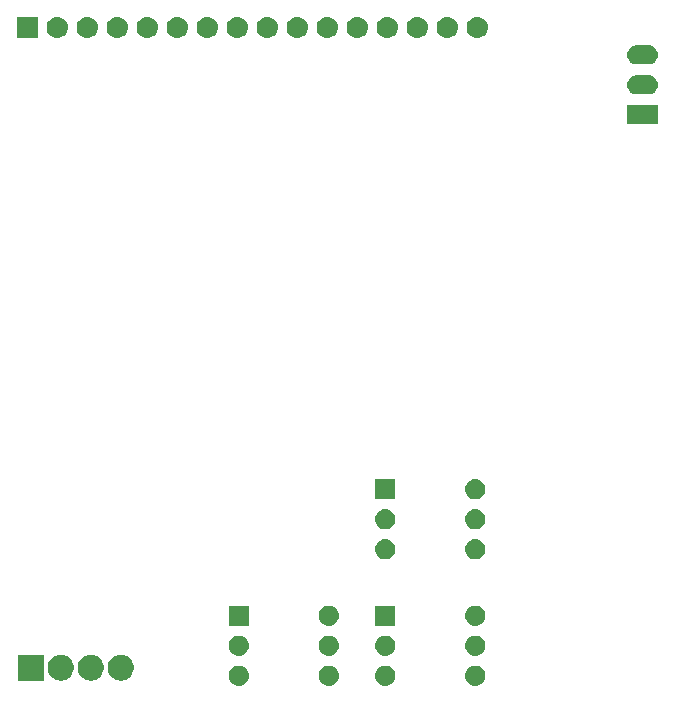
<source format=gbs>
G04 #@! TF.GenerationSoftware,KiCad,Pcbnew,(5.1.2)-2*
G04 #@! TF.CreationDate,2019-08-06T20:33:04-04:00*
G04 #@! TF.ProjectId,Thermostat_Layout,54686572-6d6f-4737-9461-745f4c61796f,rev?*
G04 #@! TF.SameCoordinates,Original*
G04 #@! TF.FileFunction,Soldermask,Bot*
G04 #@! TF.FilePolarity,Negative*
%FSLAX46Y46*%
G04 Gerber Fmt 4.6, Leading zero omitted, Abs format (unit mm)*
G04 Created by KiCad (PCBNEW (5.1.2)-2) date 2019-08-06 20:33:04*
%MOMM*%
%LPD*%
G04 APERTURE LIST*
%ADD10C,0.100000*%
G04 APERTURE END LIST*
D10*
G36*
X96386823Y-93641313D02*
G01*
X96547242Y-93689976D01*
X96679906Y-93760886D01*
X96695078Y-93768996D01*
X96824659Y-93875341D01*
X96931004Y-94004922D01*
X96931005Y-94004924D01*
X97010024Y-94152758D01*
X97058687Y-94313177D01*
X97075117Y-94480000D01*
X97058687Y-94646823D01*
X97010024Y-94807242D01*
X96982525Y-94858689D01*
X96931004Y-94955078D01*
X96824659Y-95084659D01*
X96695078Y-95191004D01*
X96695076Y-95191005D01*
X96547242Y-95270024D01*
X96386823Y-95318687D01*
X96261804Y-95331000D01*
X96178196Y-95331000D01*
X96053177Y-95318687D01*
X95892758Y-95270024D01*
X95744924Y-95191005D01*
X95744922Y-95191004D01*
X95615341Y-95084659D01*
X95508996Y-94955078D01*
X95457475Y-94858689D01*
X95429976Y-94807242D01*
X95381313Y-94646823D01*
X95364883Y-94480000D01*
X95381313Y-94313177D01*
X95429976Y-94152758D01*
X95508995Y-94004924D01*
X95508996Y-94004922D01*
X95615341Y-93875341D01*
X95744922Y-93768996D01*
X95760094Y-93760886D01*
X95892758Y-93689976D01*
X96053177Y-93641313D01*
X96178196Y-93629000D01*
X96261804Y-93629000D01*
X96386823Y-93641313D01*
X96386823Y-93641313D01*
G37*
G36*
X88766823Y-93641313D02*
G01*
X88927242Y-93689976D01*
X89059906Y-93760886D01*
X89075078Y-93768996D01*
X89204659Y-93875341D01*
X89311004Y-94004922D01*
X89311005Y-94004924D01*
X89390024Y-94152758D01*
X89438687Y-94313177D01*
X89455117Y-94480000D01*
X89438687Y-94646823D01*
X89390024Y-94807242D01*
X89362525Y-94858689D01*
X89311004Y-94955078D01*
X89204659Y-95084659D01*
X89075078Y-95191004D01*
X89075076Y-95191005D01*
X88927242Y-95270024D01*
X88766823Y-95318687D01*
X88641804Y-95331000D01*
X88558196Y-95331000D01*
X88433177Y-95318687D01*
X88272758Y-95270024D01*
X88124924Y-95191005D01*
X88124922Y-95191004D01*
X87995341Y-95084659D01*
X87888996Y-94955078D01*
X87837475Y-94858689D01*
X87809976Y-94807242D01*
X87761313Y-94646823D01*
X87744883Y-94480000D01*
X87761313Y-94313177D01*
X87809976Y-94152758D01*
X87888995Y-94004924D01*
X87888996Y-94004922D01*
X87995341Y-93875341D01*
X88124922Y-93768996D01*
X88140094Y-93760886D01*
X88272758Y-93689976D01*
X88433177Y-93641313D01*
X88558196Y-93629000D01*
X88641804Y-93629000D01*
X88766823Y-93641313D01*
X88766823Y-93641313D01*
G37*
G36*
X83986823Y-93641313D02*
G01*
X84147242Y-93689976D01*
X84279906Y-93760886D01*
X84295078Y-93768996D01*
X84424659Y-93875341D01*
X84531004Y-94004922D01*
X84531005Y-94004924D01*
X84610024Y-94152758D01*
X84658687Y-94313177D01*
X84675117Y-94480000D01*
X84658687Y-94646823D01*
X84610024Y-94807242D01*
X84582525Y-94858689D01*
X84531004Y-94955078D01*
X84424659Y-95084659D01*
X84295078Y-95191004D01*
X84295076Y-95191005D01*
X84147242Y-95270024D01*
X83986823Y-95318687D01*
X83861804Y-95331000D01*
X83778196Y-95331000D01*
X83653177Y-95318687D01*
X83492758Y-95270024D01*
X83344924Y-95191005D01*
X83344922Y-95191004D01*
X83215341Y-95084659D01*
X83108996Y-94955078D01*
X83057475Y-94858689D01*
X83029976Y-94807242D01*
X82981313Y-94646823D01*
X82964883Y-94480000D01*
X82981313Y-94313177D01*
X83029976Y-94152758D01*
X83108995Y-94004924D01*
X83108996Y-94004922D01*
X83215341Y-93875341D01*
X83344922Y-93768996D01*
X83360094Y-93760886D01*
X83492758Y-93689976D01*
X83653177Y-93641313D01*
X83778196Y-93629000D01*
X83861804Y-93629000D01*
X83986823Y-93641313D01*
X83986823Y-93641313D01*
G37*
G36*
X76366823Y-93641313D02*
G01*
X76527242Y-93689976D01*
X76659906Y-93760886D01*
X76675078Y-93768996D01*
X76804659Y-93875341D01*
X76911004Y-94004922D01*
X76911005Y-94004924D01*
X76990024Y-94152758D01*
X77038687Y-94313177D01*
X77055117Y-94480000D01*
X77038687Y-94646823D01*
X76990024Y-94807242D01*
X76962525Y-94858689D01*
X76911004Y-94955078D01*
X76804659Y-95084659D01*
X76675078Y-95191004D01*
X76675076Y-95191005D01*
X76527242Y-95270024D01*
X76366823Y-95318687D01*
X76241804Y-95331000D01*
X76158196Y-95331000D01*
X76033177Y-95318687D01*
X75872758Y-95270024D01*
X75724924Y-95191005D01*
X75724922Y-95191004D01*
X75595341Y-95084659D01*
X75488996Y-94955078D01*
X75437475Y-94858689D01*
X75409976Y-94807242D01*
X75361313Y-94646823D01*
X75344883Y-94480000D01*
X75361313Y-94313177D01*
X75409976Y-94152758D01*
X75488995Y-94004924D01*
X75488996Y-94004922D01*
X75595341Y-93875341D01*
X75724922Y-93768996D01*
X75740094Y-93760886D01*
X75872758Y-93689976D01*
X76033177Y-93641313D01*
X76158196Y-93629000D01*
X76241804Y-93629000D01*
X76366823Y-93641313D01*
X76366823Y-93641313D01*
G37*
G36*
X59701000Y-94901000D02*
G01*
X57499000Y-94901000D01*
X57499000Y-92699000D01*
X59701000Y-92699000D01*
X59701000Y-94901000D01*
X59701000Y-94901000D01*
G37*
G36*
X66434794Y-92720155D02*
G01*
X66541150Y-92741311D01*
X66631381Y-92778686D01*
X66741520Y-92824307D01*
X66921844Y-92944795D01*
X67075205Y-93098156D01*
X67195693Y-93278480D01*
X67278689Y-93478851D01*
X67321000Y-93691560D01*
X67321000Y-93908440D01*
X67278689Y-94121149D01*
X67195693Y-94321520D01*
X67075205Y-94501844D01*
X66921844Y-94655205D01*
X66741520Y-94775693D01*
X66641334Y-94817191D01*
X66541150Y-94858689D01*
X66434795Y-94879844D01*
X66328440Y-94901000D01*
X66111560Y-94901000D01*
X66005205Y-94879844D01*
X65898850Y-94858689D01*
X65798666Y-94817191D01*
X65698480Y-94775693D01*
X65518156Y-94655205D01*
X65364795Y-94501844D01*
X65244307Y-94321520D01*
X65161311Y-94121149D01*
X65119000Y-93908440D01*
X65119000Y-93691560D01*
X65161311Y-93478851D01*
X65244307Y-93278480D01*
X65364795Y-93098156D01*
X65518156Y-92944795D01*
X65698480Y-92824307D01*
X65808619Y-92778686D01*
X65898850Y-92741311D01*
X66005206Y-92720155D01*
X66111560Y-92699000D01*
X66328440Y-92699000D01*
X66434794Y-92720155D01*
X66434794Y-92720155D01*
G37*
G36*
X63894794Y-92720155D02*
G01*
X64001150Y-92741311D01*
X64091381Y-92778686D01*
X64201520Y-92824307D01*
X64381844Y-92944795D01*
X64535205Y-93098156D01*
X64655693Y-93278480D01*
X64738689Y-93478851D01*
X64781000Y-93691560D01*
X64781000Y-93908440D01*
X64738689Y-94121149D01*
X64655693Y-94321520D01*
X64535205Y-94501844D01*
X64381844Y-94655205D01*
X64201520Y-94775693D01*
X64101334Y-94817191D01*
X64001150Y-94858689D01*
X63894795Y-94879844D01*
X63788440Y-94901000D01*
X63571560Y-94901000D01*
X63465205Y-94879844D01*
X63358850Y-94858689D01*
X63258666Y-94817191D01*
X63158480Y-94775693D01*
X62978156Y-94655205D01*
X62824795Y-94501844D01*
X62704307Y-94321520D01*
X62621311Y-94121149D01*
X62579000Y-93908440D01*
X62579000Y-93691560D01*
X62621311Y-93478851D01*
X62704307Y-93278480D01*
X62824795Y-93098156D01*
X62978156Y-92944795D01*
X63158480Y-92824307D01*
X63268619Y-92778686D01*
X63358850Y-92741311D01*
X63465206Y-92720155D01*
X63571560Y-92699000D01*
X63788440Y-92699000D01*
X63894794Y-92720155D01*
X63894794Y-92720155D01*
G37*
G36*
X61354794Y-92720155D02*
G01*
X61461150Y-92741311D01*
X61551381Y-92778686D01*
X61661520Y-92824307D01*
X61841844Y-92944795D01*
X61995205Y-93098156D01*
X62115693Y-93278480D01*
X62198689Y-93478851D01*
X62241000Y-93691560D01*
X62241000Y-93908440D01*
X62198689Y-94121149D01*
X62115693Y-94321520D01*
X61995205Y-94501844D01*
X61841844Y-94655205D01*
X61661520Y-94775693D01*
X61561334Y-94817191D01*
X61461150Y-94858689D01*
X61354795Y-94879844D01*
X61248440Y-94901000D01*
X61031560Y-94901000D01*
X60925205Y-94879844D01*
X60818850Y-94858689D01*
X60718666Y-94817191D01*
X60618480Y-94775693D01*
X60438156Y-94655205D01*
X60284795Y-94501844D01*
X60164307Y-94321520D01*
X60081311Y-94121149D01*
X60039000Y-93908440D01*
X60039000Y-93691560D01*
X60081311Y-93478851D01*
X60164307Y-93278480D01*
X60284795Y-93098156D01*
X60438156Y-92944795D01*
X60618480Y-92824307D01*
X60728619Y-92778686D01*
X60818850Y-92741311D01*
X60925206Y-92720155D01*
X61031560Y-92699000D01*
X61248440Y-92699000D01*
X61354794Y-92720155D01*
X61354794Y-92720155D01*
G37*
G36*
X76366823Y-91101313D02*
G01*
X76527242Y-91149976D01*
X76659906Y-91220886D01*
X76675078Y-91228996D01*
X76804659Y-91335341D01*
X76911004Y-91464922D01*
X76911005Y-91464924D01*
X76990024Y-91612758D01*
X77038687Y-91773177D01*
X77055117Y-91940000D01*
X77038687Y-92106823D01*
X76990024Y-92267242D01*
X76919114Y-92399906D01*
X76911004Y-92415078D01*
X76804659Y-92544659D01*
X76675078Y-92651004D01*
X76675076Y-92651005D01*
X76527242Y-92730024D01*
X76366823Y-92778687D01*
X76241804Y-92791000D01*
X76158196Y-92791000D01*
X76033177Y-92778687D01*
X75872758Y-92730024D01*
X75724924Y-92651005D01*
X75724922Y-92651004D01*
X75595341Y-92544659D01*
X75488996Y-92415078D01*
X75480886Y-92399906D01*
X75409976Y-92267242D01*
X75361313Y-92106823D01*
X75344883Y-91940000D01*
X75361313Y-91773177D01*
X75409976Y-91612758D01*
X75488995Y-91464924D01*
X75488996Y-91464922D01*
X75595341Y-91335341D01*
X75724922Y-91228996D01*
X75740094Y-91220886D01*
X75872758Y-91149976D01*
X76033177Y-91101313D01*
X76158196Y-91089000D01*
X76241804Y-91089000D01*
X76366823Y-91101313D01*
X76366823Y-91101313D01*
G37*
G36*
X83986823Y-91101313D02*
G01*
X84147242Y-91149976D01*
X84279906Y-91220886D01*
X84295078Y-91228996D01*
X84424659Y-91335341D01*
X84531004Y-91464922D01*
X84531005Y-91464924D01*
X84610024Y-91612758D01*
X84658687Y-91773177D01*
X84675117Y-91940000D01*
X84658687Y-92106823D01*
X84610024Y-92267242D01*
X84539114Y-92399906D01*
X84531004Y-92415078D01*
X84424659Y-92544659D01*
X84295078Y-92651004D01*
X84295076Y-92651005D01*
X84147242Y-92730024D01*
X83986823Y-92778687D01*
X83861804Y-92791000D01*
X83778196Y-92791000D01*
X83653177Y-92778687D01*
X83492758Y-92730024D01*
X83344924Y-92651005D01*
X83344922Y-92651004D01*
X83215341Y-92544659D01*
X83108996Y-92415078D01*
X83100886Y-92399906D01*
X83029976Y-92267242D01*
X82981313Y-92106823D01*
X82964883Y-91940000D01*
X82981313Y-91773177D01*
X83029976Y-91612758D01*
X83108995Y-91464924D01*
X83108996Y-91464922D01*
X83215341Y-91335341D01*
X83344922Y-91228996D01*
X83360094Y-91220886D01*
X83492758Y-91149976D01*
X83653177Y-91101313D01*
X83778196Y-91089000D01*
X83861804Y-91089000D01*
X83986823Y-91101313D01*
X83986823Y-91101313D01*
G37*
G36*
X88766823Y-91101313D02*
G01*
X88927242Y-91149976D01*
X89059906Y-91220886D01*
X89075078Y-91228996D01*
X89204659Y-91335341D01*
X89311004Y-91464922D01*
X89311005Y-91464924D01*
X89390024Y-91612758D01*
X89438687Y-91773177D01*
X89455117Y-91940000D01*
X89438687Y-92106823D01*
X89390024Y-92267242D01*
X89319114Y-92399906D01*
X89311004Y-92415078D01*
X89204659Y-92544659D01*
X89075078Y-92651004D01*
X89075076Y-92651005D01*
X88927242Y-92730024D01*
X88766823Y-92778687D01*
X88641804Y-92791000D01*
X88558196Y-92791000D01*
X88433177Y-92778687D01*
X88272758Y-92730024D01*
X88124924Y-92651005D01*
X88124922Y-92651004D01*
X87995341Y-92544659D01*
X87888996Y-92415078D01*
X87880886Y-92399906D01*
X87809976Y-92267242D01*
X87761313Y-92106823D01*
X87744883Y-91940000D01*
X87761313Y-91773177D01*
X87809976Y-91612758D01*
X87888995Y-91464924D01*
X87888996Y-91464922D01*
X87995341Y-91335341D01*
X88124922Y-91228996D01*
X88140094Y-91220886D01*
X88272758Y-91149976D01*
X88433177Y-91101313D01*
X88558196Y-91089000D01*
X88641804Y-91089000D01*
X88766823Y-91101313D01*
X88766823Y-91101313D01*
G37*
G36*
X96386823Y-91101313D02*
G01*
X96547242Y-91149976D01*
X96679906Y-91220886D01*
X96695078Y-91228996D01*
X96824659Y-91335341D01*
X96931004Y-91464922D01*
X96931005Y-91464924D01*
X97010024Y-91612758D01*
X97058687Y-91773177D01*
X97075117Y-91940000D01*
X97058687Y-92106823D01*
X97010024Y-92267242D01*
X96939114Y-92399906D01*
X96931004Y-92415078D01*
X96824659Y-92544659D01*
X96695078Y-92651004D01*
X96695076Y-92651005D01*
X96547242Y-92730024D01*
X96386823Y-92778687D01*
X96261804Y-92791000D01*
X96178196Y-92791000D01*
X96053177Y-92778687D01*
X95892758Y-92730024D01*
X95744924Y-92651005D01*
X95744922Y-92651004D01*
X95615341Y-92544659D01*
X95508996Y-92415078D01*
X95500886Y-92399906D01*
X95429976Y-92267242D01*
X95381313Y-92106823D01*
X95364883Y-91940000D01*
X95381313Y-91773177D01*
X95429976Y-91612758D01*
X95508995Y-91464924D01*
X95508996Y-91464922D01*
X95615341Y-91335341D01*
X95744922Y-91228996D01*
X95760094Y-91220886D01*
X95892758Y-91149976D01*
X96053177Y-91101313D01*
X96178196Y-91089000D01*
X96261804Y-91089000D01*
X96386823Y-91101313D01*
X96386823Y-91101313D01*
G37*
G36*
X77051000Y-90251000D02*
G01*
X75349000Y-90251000D01*
X75349000Y-88549000D01*
X77051000Y-88549000D01*
X77051000Y-90251000D01*
X77051000Y-90251000D01*
G37*
G36*
X96386823Y-88561313D02*
G01*
X96547242Y-88609976D01*
X96679906Y-88680886D01*
X96695078Y-88688996D01*
X96824659Y-88795341D01*
X96931004Y-88924922D01*
X96931005Y-88924924D01*
X97010024Y-89072758D01*
X97058687Y-89233177D01*
X97075117Y-89400000D01*
X97058687Y-89566823D01*
X97010024Y-89727242D01*
X96939114Y-89859906D01*
X96931004Y-89875078D01*
X96824659Y-90004659D01*
X96695078Y-90111004D01*
X96695076Y-90111005D01*
X96547242Y-90190024D01*
X96386823Y-90238687D01*
X96261804Y-90251000D01*
X96178196Y-90251000D01*
X96053177Y-90238687D01*
X95892758Y-90190024D01*
X95744924Y-90111005D01*
X95744922Y-90111004D01*
X95615341Y-90004659D01*
X95508996Y-89875078D01*
X95500886Y-89859906D01*
X95429976Y-89727242D01*
X95381313Y-89566823D01*
X95364883Y-89400000D01*
X95381313Y-89233177D01*
X95429976Y-89072758D01*
X95508995Y-88924924D01*
X95508996Y-88924922D01*
X95615341Y-88795341D01*
X95744922Y-88688996D01*
X95760094Y-88680886D01*
X95892758Y-88609976D01*
X96053177Y-88561313D01*
X96178196Y-88549000D01*
X96261804Y-88549000D01*
X96386823Y-88561313D01*
X96386823Y-88561313D01*
G37*
G36*
X89451000Y-90251000D02*
G01*
X87749000Y-90251000D01*
X87749000Y-88549000D01*
X89451000Y-88549000D01*
X89451000Y-90251000D01*
X89451000Y-90251000D01*
G37*
G36*
X83986823Y-88561313D02*
G01*
X84147242Y-88609976D01*
X84279906Y-88680886D01*
X84295078Y-88688996D01*
X84424659Y-88795341D01*
X84531004Y-88924922D01*
X84531005Y-88924924D01*
X84610024Y-89072758D01*
X84658687Y-89233177D01*
X84675117Y-89400000D01*
X84658687Y-89566823D01*
X84610024Y-89727242D01*
X84539114Y-89859906D01*
X84531004Y-89875078D01*
X84424659Y-90004659D01*
X84295078Y-90111004D01*
X84295076Y-90111005D01*
X84147242Y-90190024D01*
X83986823Y-90238687D01*
X83861804Y-90251000D01*
X83778196Y-90251000D01*
X83653177Y-90238687D01*
X83492758Y-90190024D01*
X83344924Y-90111005D01*
X83344922Y-90111004D01*
X83215341Y-90004659D01*
X83108996Y-89875078D01*
X83100886Y-89859906D01*
X83029976Y-89727242D01*
X82981313Y-89566823D01*
X82964883Y-89400000D01*
X82981313Y-89233177D01*
X83029976Y-89072758D01*
X83108995Y-88924924D01*
X83108996Y-88924922D01*
X83215341Y-88795341D01*
X83344922Y-88688996D01*
X83360094Y-88680886D01*
X83492758Y-88609976D01*
X83653177Y-88561313D01*
X83778196Y-88549000D01*
X83861804Y-88549000D01*
X83986823Y-88561313D01*
X83986823Y-88561313D01*
G37*
G36*
X96386823Y-82941313D02*
G01*
X96547242Y-82989976D01*
X96679906Y-83060886D01*
X96695078Y-83068996D01*
X96824659Y-83175341D01*
X96931004Y-83304922D01*
X96931005Y-83304924D01*
X97010024Y-83452758D01*
X97058687Y-83613177D01*
X97075117Y-83780000D01*
X97058687Y-83946823D01*
X97010024Y-84107242D01*
X96939114Y-84239906D01*
X96931004Y-84255078D01*
X96824659Y-84384659D01*
X96695078Y-84491004D01*
X96695076Y-84491005D01*
X96547242Y-84570024D01*
X96386823Y-84618687D01*
X96261804Y-84631000D01*
X96178196Y-84631000D01*
X96053177Y-84618687D01*
X95892758Y-84570024D01*
X95744924Y-84491005D01*
X95744922Y-84491004D01*
X95615341Y-84384659D01*
X95508996Y-84255078D01*
X95500886Y-84239906D01*
X95429976Y-84107242D01*
X95381313Y-83946823D01*
X95364883Y-83780000D01*
X95381313Y-83613177D01*
X95429976Y-83452758D01*
X95508995Y-83304924D01*
X95508996Y-83304922D01*
X95615341Y-83175341D01*
X95744922Y-83068996D01*
X95760094Y-83060886D01*
X95892758Y-82989976D01*
X96053177Y-82941313D01*
X96178196Y-82929000D01*
X96261804Y-82929000D01*
X96386823Y-82941313D01*
X96386823Y-82941313D01*
G37*
G36*
X88766823Y-82941313D02*
G01*
X88927242Y-82989976D01*
X89059906Y-83060886D01*
X89075078Y-83068996D01*
X89204659Y-83175341D01*
X89311004Y-83304922D01*
X89311005Y-83304924D01*
X89390024Y-83452758D01*
X89438687Y-83613177D01*
X89455117Y-83780000D01*
X89438687Y-83946823D01*
X89390024Y-84107242D01*
X89319114Y-84239906D01*
X89311004Y-84255078D01*
X89204659Y-84384659D01*
X89075078Y-84491004D01*
X89075076Y-84491005D01*
X88927242Y-84570024D01*
X88766823Y-84618687D01*
X88641804Y-84631000D01*
X88558196Y-84631000D01*
X88433177Y-84618687D01*
X88272758Y-84570024D01*
X88124924Y-84491005D01*
X88124922Y-84491004D01*
X87995341Y-84384659D01*
X87888996Y-84255078D01*
X87880886Y-84239906D01*
X87809976Y-84107242D01*
X87761313Y-83946823D01*
X87744883Y-83780000D01*
X87761313Y-83613177D01*
X87809976Y-83452758D01*
X87888995Y-83304924D01*
X87888996Y-83304922D01*
X87995341Y-83175341D01*
X88124922Y-83068996D01*
X88140094Y-83060886D01*
X88272758Y-82989976D01*
X88433177Y-82941313D01*
X88558196Y-82929000D01*
X88641804Y-82929000D01*
X88766823Y-82941313D01*
X88766823Y-82941313D01*
G37*
G36*
X88766823Y-80401313D02*
G01*
X88927242Y-80449976D01*
X89059906Y-80520886D01*
X89075078Y-80528996D01*
X89204659Y-80635341D01*
X89311004Y-80764922D01*
X89311005Y-80764924D01*
X89390024Y-80912758D01*
X89438687Y-81073177D01*
X89455117Y-81240000D01*
X89438687Y-81406823D01*
X89390024Y-81567242D01*
X89319114Y-81699906D01*
X89311004Y-81715078D01*
X89204659Y-81844659D01*
X89075078Y-81951004D01*
X89075076Y-81951005D01*
X88927242Y-82030024D01*
X88766823Y-82078687D01*
X88641804Y-82091000D01*
X88558196Y-82091000D01*
X88433177Y-82078687D01*
X88272758Y-82030024D01*
X88124924Y-81951005D01*
X88124922Y-81951004D01*
X87995341Y-81844659D01*
X87888996Y-81715078D01*
X87880886Y-81699906D01*
X87809976Y-81567242D01*
X87761313Y-81406823D01*
X87744883Y-81240000D01*
X87761313Y-81073177D01*
X87809976Y-80912758D01*
X87888995Y-80764924D01*
X87888996Y-80764922D01*
X87995341Y-80635341D01*
X88124922Y-80528996D01*
X88140094Y-80520886D01*
X88272758Y-80449976D01*
X88433177Y-80401313D01*
X88558196Y-80389000D01*
X88641804Y-80389000D01*
X88766823Y-80401313D01*
X88766823Y-80401313D01*
G37*
G36*
X96386823Y-80401313D02*
G01*
X96547242Y-80449976D01*
X96679906Y-80520886D01*
X96695078Y-80528996D01*
X96824659Y-80635341D01*
X96931004Y-80764922D01*
X96931005Y-80764924D01*
X97010024Y-80912758D01*
X97058687Y-81073177D01*
X97075117Y-81240000D01*
X97058687Y-81406823D01*
X97010024Y-81567242D01*
X96939114Y-81699906D01*
X96931004Y-81715078D01*
X96824659Y-81844659D01*
X96695078Y-81951004D01*
X96695076Y-81951005D01*
X96547242Y-82030024D01*
X96386823Y-82078687D01*
X96261804Y-82091000D01*
X96178196Y-82091000D01*
X96053177Y-82078687D01*
X95892758Y-82030024D01*
X95744924Y-81951005D01*
X95744922Y-81951004D01*
X95615341Y-81844659D01*
X95508996Y-81715078D01*
X95500886Y-81699906D01*
X95429976Y-81567242D01*
X95381313Y-81406823D01*
X95364883Y-81240000D01*
X95381313Y-81073177D01*
X95429976Y-80912758D01*
X95508995Y-80764924D01*
X95508996Y-80764922D01*
X95615341Y-80635341D01*
X95744922Y-80528996D01*
X95760094Y-80520886D01*
X95892758Y-80449976D01*
X96053177Y-80401313D01*
X96178196Y-80389000D01*
X96261804Y-80389000D01*
X96386823Y-80401313D01*
X96386823Y-80401313D01*
G37*
G36*
X89451000Y-79551000D02*
G01*
X87749000Y-79551000D01*
X87749000Y-77849000D01*
X89451000Y-77849000D01*
X89451000Y-79551000D01*
X89451000Y-79551000D01*
G37*
G36*
X96386823Y-77861313D02*
G01*
X96547242Y-77909976D01*
X96679906Y-77980886D01*
X96695078Y-77988996D01*
X96824659Y-78095341D01*
X96931004Y-78224922D01*
X96931005Y-78224924D01*
X97010024Y-78372758D01*
X97058687Y-78533177D01*
X97075117Y-78700000D01*
X97058687Y-78866823D01*
X97010024Y-79027242D01*
X96939114Y-79159906D01*
X96931004Y-79175078D01*
X96824659Y-79304659D01*
X96695078Y-79411004D01*
X96695076Y-79411005D01*
X96547242Y-79490024D01*
X96386823Y-79538687D01*
X96261804Y-79551000D01*
X96178196Y-79551000D01*
X96053177Y-79538687D01*
X95892758Y-79490024D01*
X95744924Y-79411005D01*
X95744922Y-79411004D01*
X95615341Y-79304659D01*
X95508996Y-79175078D01*
X95500886Y-79159906D01*
X95429976Y-79027242D01*
X95381313Y-78866823D01*
X95364883Y-78700000D01*
X95381313Y-78533177D01*
X95429976Y-78372758D01*
X95508995Y-78224924D01*
X95508996Y-78224922D01*
X95615341Y-78095341D01*
X95744922Y-77988996D01*
X95760094Y-77980886D01*
X95892758Y-77909976D01*
X96053177Y-77861313D01*
X96178196Y-77849000D01*
X96261804Y-77849000D01*
X96386823Y-77861313D01*
X96386823Y-77861313D01*
G37*
G36*
X111701000Y-47801000D02*
G01*
X109099000Y-47801000D01*
X109099000Y-46199000D01*
X111701000Y-46199000D01*
X111701000Y-47801000D01*
X111701000Y-47801000D01*
G37*
G36*
X110978571Y-43662863D02*
G01*
X111057023Y-43670590D01*
X111157682Y-43701125D01*
X111208013Y-43716392D01*
X111347165Y-43790771D01*
X111469133Y-43890867D01*
X111569229Y-44012835D01*
X111643608Y-44151987D01*
X111643608Y-44151988D01*
X111689410Y-44302977D01*
X111704875Y-44460000D01*
X111689410Y-44617023D01*
X111658875Y-44717682D01*
X111643608Y-44768013D01*
X111569229Y-44907165D01*
X111469133Y-45029133D01*
X111347165Y-45129229D01*
X111208013Y-45203608D01*
X111157682Y-45218875D01*
X111057023Y-45249410D01*
X110978571Y-45257137D01*
X110939346Y-45261000D01*
X109860654Y-45261000D01*
X109821429Y-45257137D01*
X109742977Y-45249410D01*
X109642318Y-45218875D01*
X109591987Y-45203608D01*
X109452835Y-45129229D01*
X109330867Y-45029133D01*
X109230771Y-44907165D01*
X109156392Y-44768013D01*
X109141125Y-44717682D01*
X109110590Y-44617023D01*
X109095125Y-44460000D01*
X109110590Y-44302977D01*
X109156392Y-44151988D01*
X109156392Y-44151987D01*
X109230771Y-44012835D01*
X109330867Y-43890867D01*
X109452835Y-43790771D01*
X109591987Y-43716392D01*
X109642318Y-43701125D01*
X109742977Y-43670590D01*
X109821429Y-43662863D01*
X109860654Y-43659000D01*
X110939346Y-43659000D01*
X110978571Y-43662863D01*
X110978571Y-43662863D01*
G37*
G36*
X110978571Y-41122863D02*
G01*
X111057023Y-41130590D01*
X111157682Y-41161125D01*
X111208013Y-41176392D01*
X111347165Y-41250771D01*
X111469133Y-41350867D01*
X111569229Y-41472835D01*
X111643608Y-41611987D01*
X111643608Y-41611988D01*
X111689410Y-41762977D01*
X111704875Y-41920000D01*
X111689410Y-42077023D01*
X111658875Y-42177682D01*
X111643608Y-42228013D01*
X111569229Y-42367165D01*
X111469133Y-42489133D01*
X111347165Y-42589229D01*
X111208013Y-42663608D01*
X111157682Y-42678875D01*
X111057023Y-42709410D01*
X110978571Y-42717137D01*
X110939346Y-42721000D01*
X109860654Y-42721000D01*
X109821429Y-42717137D01*
X109742977Y-42709410D01*
X109642318Y-42678875D01*
X109591987Y-42663608D01*
X109452835Y-42589229D01*
X109330867Y-42489133D01*
X109230771Y-42367165D01*
X109156392Y-42228013D01*
X109141125Y-42177682D01*
X109110590Y-42077023D01*
X109095125Y-41920000D01*
X109110590Y-41762977D01*
X109156392Y-41611988D01*
X109156392Y-41611987D01*
X109230771Y-41472835D01*
X109330867Y-41350867D01*
X109452835Y-41250771D01*
X109591987Y-41176392D01*
X109642318Y-41161125D01*
X109742977Y-41130590D01*
X109821429Y-41122863D01*
X109860654Y-41119000D01*
X110939346Y-41119000D01*
X110978571Y-41122863D01*
X110978571Y-41122863D01*
G37*
G36*
X96510443Y-38705519D02*
G01*
X96576627Y-38712037D01*
X96746466Y-38763557D01*
X96902991Y-38847222D01*
X96938729Y-38876552D01*
X97040186Y-38959814D01*
X97123448Y-39061271D01*
X97152778Y-39097009D01*
X97236443Y-39253534D01*
X97287963Y-39423373D01*
X97305359Y-39600000D01*
X97287963Y-39776627D01*
X97236443Y-39946466D01*
X97152778Y-40102991D01*
X97123448Y-40138729D01*
X97040186Y-40240186D01*
X96938729Y-40323448D01*
X96902991Y-40352778D01*
X96746466Y-40436443D01*
X96576627Y-40487963D01*
X96510442Y-40494482D01*
X96444260Y-40501000D01*
X96355740Y-40501000D01*
X96289558Y-40494482D01*
X96223373Y-40487963D01*
X96053534Y-40436443D01*
X95897009Y-40352778D01*
X95861271Y-40323448D01*
X95759814Y-40240186D01*
X95676552Y-40138729D01*
X95647222Y-40102991D01*
X95563557Y-39946466D01*
X95512037Y-39776627D01*
X95494641Y-39600000D01*
X95512037Y-39423373D01*
X95563557Y-39253534D01*
X95647222Y-39097009D01*
X95676552Y-39061271D01*
X95759814Y-38959814D01*
X95861271Y-38876552D01*
X95897009Y-38847222D01*
X96053534Y-38763557D01*
X96223373Y-38712037D01*
X96289557Y-38705519D01*
X96355740Y-38699000D01*
X96444260Y-38699000D01*
X96510443Y-38705519D01*
X96510443Y-38705519D01*
G37*
G36*
X59201000Y-40501000D02*
G01*
X57399000Y-40501000D01*
X57399000Y-38699000D01*
X59201000Y-38699000D01*
X59201000Y-40501000D01*
X59201000Y-40501000D01*
G37*
G36*
X93970443Y-38705519D02*
G01*
X94036627Y-38712037D01*
X94206466Y-38763557D01*
X94362991Y-38847222D01*
X94398729Y-38876552D01*
X94500186Y-38959814D01*
X94583448Y-39061271D01*
X94612778Y-39097009D01*
X94696443Y-39253534D01*
X94747963Y-39423373D01*
X94765359Y-39600000D01*
X94747963Y-39776627D01*
X94696443Y-39946466D01*
X94612778Y-40102991D01*
X94583448Y-40138729D01*
X94500186Y-40240186D01*
X94398729Y-40323448D01*
X94362991Y-40352778D01*
X94206466Y-40436443D01*
X94036627Y-40487963D01*
X93970442Y-40494482D01*
X93904260Y-40501000D01*
X93815740Y-40501000D01*
X93749558Y-40494482D01*
X93683373Y-40487963D01*
X93513534Y-40436443D01*
X93357009Y-40352778D01*
X93321271Y-40323448D01*
X93219814Y-40240186D01*
X93136552Y-40138729D01*
X93107222Y-40102991D01*
X93023557Y-39946466D01*
X92972037Y-39776627D01*
X92954641Y-39600000D01*
X92972037Y-39423373D01*
X93023557Y-39253534D01*
X93107222Y-39097009D01*
X93136552Y-39061271D01*
X93219814Y-38959814D01*
X93321271Y-38876552D01*
X93357009Y-38847222D01*
X93513534Y-38763557D01*
X93683373Y-38712037D01*
X93749557Y-38705519D01*
X93815740Y-38699000D01*
X93904260Y-38699000D01*
X93970443Y-38705519D01*
X93970443Y-38705519D01*
G37*
G36*
X91430443Y-38705519D02*
G01*
X91496627Y-38712037D01*
X91666466Y-38763557D01*
X91822991Y-38847222D01*
X91858729Y-38876552D01*
X91960186Y-38959814D01*
X92043448Y-39061271D01*
X92072778Y-39097009D01*
X92156443Y-39253534D01*
X92207963Y-39423373D01*
X92225359Y-39600000D01*
X92207963Y-39776627D01*
X92156443Y-39946466D01*
X92072778Y-40102991D01*
X92043448Y-40138729D01*
X91960186Y-40240186D01*
X91858729Y-40323448D01*
X91822991Y-40352778D01*
X91666466Y-40436443D01*
X91496627Y-40487963D01*
X91430442Y-40494482D01*
X91364260Y-40501000D01*
X91275740Y-40501000D01*
X91209558Y-40494482D01*
X91143373Y-40487963D01*
X90973534Y-40436443D01*
X90817009Y-40352778D01*
X90781271Y-40323448D01*
X90679814Y-40240186D01*
X90596552Y-40138729D01*
X90567222Y-40102991D01*
X90483557Y-39946466D01*
X90432037Y-39776627D01*
X90414641Y-39600000D01*
X90432037Y-39423373D01*
X90483557Y-39253534D01*
X90567222Y-39097009D01*
X90596552Y-39061271D01*
X90679814Y-38959814D01*
X90781271Y-38876552D01*
X90817009Y-38847222D01*
X90973534Y-38763557D01*
X91143373Y-38712037D01*
X91209557Y-38705519D01*
X91275740Y-38699000D01*
X91364260Y-38699000D01*
X91430443Y-38705519D01*
X91430443Y-38705519D01*
G37*
G36*
X86350443Y-38705519D02*
G01*
X86416627Y-38712037D01*
X86586466Y-38763557D01*
X86742991Y-38847222D01*
X86778729Y-38876552D01*
X86880186Y-38959814D01*
X86963448Y-39061271D01*
X86992778Y-39097009D01*
X87076443Y-39253534D01*
X87127963Y-39423373D01*
X87145359Y-39600000D01*
X87127963Y-39776627D01*
X87076443Y-39946466D01*
X86992778Y-40102991D01*
X86963448Y-40138729D01*
X86880186Y-40240186D01*
X86778729Y-40323448D01*
X86742991Y-40352778D01*
X86586466Y-40436443D01*
X86416627Y-40487963D01*
X86350442Y-40494482D01*
X86284260Y-40501000D01*
X86195740Y-40501000D01*
X86129558Y-40494482D01*
X86063373Y-40487963D01*
X85893534Y-40436443D01*
X85737009Y-40352778D01*
X85701271Y-40323448D01*
X85599814Y-40240186D01*
X85516552Y-40138729D01*
X85487222Y-40102991D01*
X85403557Y-39946466D01*
X85352037Y-39776627D01*
X85334641Y-39600000D01*
X85352037Y-39423373D01*
X85403557Y-39253534D01*
X85487222Y-39097009D01*
X85516552Y-39061271D01*
X85599814Y-38959814D01*
X85701271Y-38876552D01*
X85737009Y-38847222D01*
X85893534Y-38763557D01*
X86063373Y-38712037D01*
X86129557Y-38705519D01*
X86195740Y-38699000D01*
X86284260Y-38699000D01*
X86350443Y-38705519D01*
X86350443Y-38705519D01*
G37*
G36*
X83810443Y-38705519D02*
G01*
X83876627Y-38712037D01*
X84046466Y-38763557D01*
X84202991Y-38847222D01*
X84238729Y-38876552D01*
X84340186Y-38959814D01*
X84423448Y-39061271D01*
X84452778Y-39097009D01*
X84536443Y-39253534D01*
X84587963Y-39423373D01*
X84605359Y-39600000D01*
X84587963Y-39776627D01*
X84536443Y-39946466D01*
X84452778Y-40102991D01*
X84423448Y-40138729D01*
X84340186Y-40240186D01*
X84238729Y-40323448D01*
X84202991Y-40352778D01*
X84046466Y-40436443D01*
X83876627Y-40487963D01*
X83810442Y-40494482D01*
X83744260Y-40501000D01*
X83655740Y-40501000D01*
X83589558Y-40494482D01*
X83523373Y-40487963D01*
X83353534Y-40436443D01*
X83197009Y-40352778D01*
X83161271Y-40323448D01*
X83059814Y-40240186D01*
X82976552Y-40138729D01*
X82947222Y-40102991D01*
X82863557Y-39946466D01*
X82812037Y-39776627D01*
X82794641Y-39600000D01*
X82812037Y-39423373D01*
X82863557Y-39253534D01*
X82947222Y-39097009D01*
X82976552Y-39061271D01*
X83059814Y-38959814D01*
X83161271Y-38876552D01*
X83197009Y-38847222D01*
X83353534Y-38763557D01*
X83523373Y-38712037D01*
X83589557Y-38705519D01*
X83655740Y-38699000D01*
X83744260Y-38699000D01*
X83810443Y-38705519D01*
X83810443Y-38705519D01*
G37*
G36*
X81270443Y-38705519D02*
G01*
X81336627Y-38712037D01*
X81506466Y-38763557D01*
X81662991Y-38847222D01*
X81698729Y-38876552D01*
X81800186Y-38959814D01*
X81883448Y-39061271D01*
X81912778Y-39097009D01*
X81996443Y-39253534D01*
X82047963Y-39423373D01*
X82065359Y-39600000D01*
X82047963Y-39776627D01*
X81996443Y-39946466D01*
X81912778Y-40102991D01*
X81883448Y-40138729D01*
X81800186Y-40240186D01*
X81698729Y-40323448D01*
X81662991Y-40352778D01*
X81506466Y-40436443D01*
X81336627Y-40487963D01*
X81270442Y-40494482D01*
X81204260Y-40501000D01*
X81115740Y-40501000D01*
X81049558Y-40494482D01*
X80983373Y-40487963D01*
X80813534Y-40436443D01*
X80657009Y-40352778D01*
X80621271Y-40323448D01*
X80519814Y-40240186D01*
X80436552Y-40138729D01*
X80407222Y-40102991D01*
X80323557Y-39946466D01*
X80272037Y-39776627D01*
X80254641Y-39600000D01*
X80272037Y-39423373D01*
X80323557Y-39253534D01*
X80407222Y-39097009D01*
X80436552Y-39061271D01*
X80519814Y-38959814D01*
X80621271Y-38876552D01*
X80657009Y-38847222D01*
X80813534Y-38763557D01*
X80983373Y-38712037D01*
X81049557Y-38705519D01*
X81115740Y-38699000D01*
X81204260Y-38699000D01*
X81270443Y-38705519D01*
X81270443Y-38705519D01*
G37*
G36*
X78730443Y-38705519D02*
G01*
X78796627Y-38712037D01*
X78966466Y-38763557D01*
X79122991Y-38847222D01*
X79158729Y-38876552D01*
X79260186Y-38959814D01*
X79343448Y-39061271D01*
X79372778Y-39097009D01*
X79456443Y-39253534D01*
X79507963Y-39423373D01*
X79525359Y-39600000D01*
X79507963Y-39776627D01*
X79456443Y-39946466D01*
X79372778Y-40102991D01*
X79343448Y-40138729D01*
X79260186Y-40240186D01*
X79158729Y-40323448D01*
X79122991Y-40352778D01*
X78966466Y-40436443D01*
X78796627Y-40487963D01*
X78730442Y-40494482D01*
X78664260Y-40501000D01*
X78575740Y-40501000D01*
X78509558Y-40494482D01*
X78443373Y-40487963D01*
X78273534Y-40436443D01*
X78117009Y-40352778D01*
X78081271Y-40323448D01*
X77979814Y-40240186D01*
X77896552Y-40138729D01*
X77867222Y-40102991D01*
X77783557Y-39946466D01*
X77732037Y-39776627D01*
X77714641Y-39600000D01*
X77732037Y-39423373D01*
X77783557Y-39253534D01*
X77867222Y-39097009D01*
X77896552Y-39061271D01*
X77979814Y-38959814D01*
X78081271Y-38876552D01*
X78117009Y-38847222D01*
X78273534Y-38763557D01*
X78443373Y-38712037D01*
X78509557Y-38705519D01*
X78575740Y-38699000D01*
X78664260Y-38699000D01*
X78730443Y-38705519D01*
X78730443Y-38705519D01*
G37*
G36*
X76190443Y-38705519D02*
G01*
X76256627Y-38712037D01*
X76426466Y-38763557D01*
X76582991Y-38847222D01*
X76618729Y-38876552D01*
X76720186Y-38959814D01*
X76803448Y-39061271D01*
X76832778Y-39097009D01*
X76916443Y-39253534D01*
X76967963Y-39423373D01*
X76985359Y-39600000D01*
X76967963Y-39776627D01*
X76916443Y-39946466D01*
X76832778Y-40102991D01*
X76803448Y-40138729D01*
X76720186Y-40240186D01*
X76618729Y-40323448D01*
X76582991Y-40352778D01*
X76426466Y-40436443D01*
X76256627Y-40487963D01*
X76190442Y-40494482D01*
X76124260Y-40501000D01*
X76035740Y-40501000D01*
X75969558Y-40494482D01*
X75903373Y-40487963D01*
X75733534Y-40436443D01*
X75577009Y-40352778D01*
X75541271Y-40323448D01*
X75439814Y-40240186D01*
X75356552Y-40138729D01*
X75327222Y-40102991D01*
X75243557Y-39946466D01*
X75192037Y-39776627D01*
X75174641Y-39600000D01*
X75192037Y-39423373D01*
X75243557Y-39253534D01*
X75327222Y-39097009D01*
X75356552Y-39061271D01*
X75439814Y-38959814D01*
X75541271Y-38876552D01*
X75577009Y-38847222D01*
X75733534Y-38763557D01*
X75903373Y-38712037D01*
X75969557Y-38705519D01*
X76035740Y-38699000D01*
X76124260Y-38699000D01*
X76190443Y-38705519D01*
X76190443Y-38705519D01*
G37*
G36*
X73650443Y-38705519D02*
G01*
X73716627Y-38712037D01*
X73886466Y-38763557D01*
X74042991Y-38847222D01*
X74078729Y-38876552D01*
X74180186Y-38959814D01*
X74263448Y-39061271D01*
X74292778Y-39097009D01*
X74376443Y-39253534D01*
X74427963Y-39423373D01*
X74445359Y-39600000D01*
X74427963Y-39776627D01*
X74376443Y-39946466D01*
X74292778Y-40102991D01*
X74263448Y-40138729D01*
X74180186Y-40240186D01*
X74078729Y-40323448D01*
X74042991Y-40352778D01*
X73886466Y-40436443D01*
X73716627Y-40487963D01*
X73650442Y-40494482D01*
X73584260Y-40501000D01*
X73495740Y-40501000D01*
X73429558Y-40494482D01*
X73363373Y-40487963D01*
X73193534Y-40436443D01*
X73037009Y-40352778D01*
X73001271Y-40323448D01*
X72899814Y-40240186D01*
X72816552Y-40138729D01*
X72787222Y-40102991D01*
X72703557Y-39946466D01*
X72652037Y-39776627D01*
X72634641Y-39600000D01*
X72652037Y-39423373D01*
X72703557Y-39253534D01*
X72787222Y-39097009D01*
X72816552Y-39061271D01*
X72899814Y-38959814D01*
X73001271Y-38876552D01*
X73037009Y-38847222D01*
X73193534Y-38763557D01*
X73363373Y-38712037D01*
X73429557Y-38705519D01*
X73495740Y-38699000D01*
X73584260Y-38699000D01*
X73650443Y-38705519D01*
X73650443Y-38705519D01*
G37*
G36*
X71110443Y-38705519D02*
G01*
X71176627Y-38712037D01*
X71346466Y-38763557D01*
X71502991Y-38847222D01*
X71538729Y-38876552D01*
X71640186Y-38959814D01*
X71723448Y-39061271D01*
X71752778Y-39097009D01*
X71836443Y-39253534D01*
X71887963Y-39423373D01*
X71905359Y-39600000D01*
X71887963Y-39776627D01*
X71836443Y-39946466D01*
X71752778Y-40102991D01*
X71723448Y-40138729D01*
X71640186Y-40240186D01*
X71538729Y-40323448D01*
X71502991Y-40352778D01*
X71346466Y-40436443D01*
X71176627Y-40487963D01*
X71110442Y-40494482D01*
X71044260Y-40501000D01*
X70955740Y-40501000D01*
X70889558Y-40494482D01*
X70823373Y-40487963D01*
X70653534Y-40436443D01*
X70497009Y-40352778D01*
X70461271Y-40323448D01*
X70359814Y-40240186D01*
X70276552Y-40138729D01*
X70247222Y-40102991D01*
X70163557Y-39946466D01*
X70112037Y-39776627D01*
X70094641Y-39600000D01*
X70112037Y-39423373D01*
X70163557Y-39253534D01*
X70247222Y-39097009D01*
X70276552Y-39061271D01*
X70359814Y-38959814D01*
X70461271Y-38876552D01*
X70497009Y-38847222D01*
X70653534Y-38763557D01*
X70823373Y-38712037D01*
X70889557Y-38705519D01*
X70955740Y-38699000D01*
X71044260Y-38699000D01*
X71110443Y-38705519D01*
X71110443Y-38705519D01*
G37*
G36*
X68570443Y-38705519D02*
G01*
X68636627Y-38712037D01*
X68806466Y-38763557D01*
X68962991Y-38847222D01*
X68998729Y-38876552D01*
X69100186Y-38959814D01*
X69183448Y-39061271D01*
X69212778Y-39097009D01*
X69296443Y-39253534D01*
X69347963Y-39423373D01*
X69365359Y-39600000D01*
X69347963Y-39776627D01*
X69296443Y-39946466D01*
X69212778Y-40102991D01*
X69183448Y-40138729D01*
X69100186Y-40240186D01*
X68998729Y-40323448D01*
X68962991Y-40352778D01*
X68806466Y-40436443D01*
X68636627Y-40487963D01*
X68570442Y-40494482D01*
X68504260Y-40501000D01*
X68415740Y-40501000D01*
X68349558Y-40494482D01*
X68283373Y-40487963D01*
X68113534Y-40436443D01*
X67957009Y-40352778D01*
X67921271Y-40323448D01*
X67819814Y-40240186D01*
X67736552Y-40138729D01*
X67707222Y-40102991D01*
X67623557Y-39946466D01*
X67572037Y-39776627D01*
X67554641Y-39600000D01*
X67572037Y-39423373D01*
X67623557Y-39253534D01*
X67707222Y-39097009D01*
X67736552Y-39061271D01*
X67819814Y-38959814D01*
X67921271Y-38876552D01*
X67957009Y-38847222D01*
X68113534Y-38763557D01*
X68283373Y-38712037D01*
X68349557Y-38705519D01*
X68415740Y-38699000D01*
X68504260Y-38699000D01*
X68570443Y-38705519D01*
X68570443Y-38705519D01*
G37*
G36*
X66030443Y-38705519D02*
G01*
X66096627Y-38712037D01*
X66266466Y-38763557D01*
X66422991Y-38847222D01*
X66458729Y-38876552D01*
X66560186Y-38959814D01*
X66643448Y-39061271D01*
X66672778Y-39097009D01*
X66756443Y-39253534D01*
X66807963Y-39423373D01*
X66825359Y-39600000D01*
X66807963Y-39776627D01*
X66756443Y-39946466D01*
X66672778Y-40102991D01*
X66643448Y-40138729D01*
X66560186Y-40240186D01*
X66458729Y-40323448D01*
X66422991Y-40352778D01*
X66266466Y-40436443D01*
X66096627Y-40487963D01*
X66030442Y-40494482D01*
X65964260Y-40501000D01*
X65875740Y-40501000D01*
X65809558Y-40494482D01*
X65743373Y-40487963D01*
X65573534Y-40436443D01*
X65417009Y-40352778D01*
X65381271Y-40323448D01*
X65279814Y-40240186D01*
X65196552Y-40138729D01*
X65167222Y-40102991D01*
X65083557Y-39946466D01*
X65032037Y-39776627D01*
X65014641Y-39600000D01*
X65032037Y-39423373D01*
X65083557Y-39253534D01*
X65167222Y-39097009D01*
X65196552Y-39061271D01*
X65279814Y-38959814D01*
X65381271Y-38876552D01*
X65417009Y-38847222D01*
X65573534Y-38763557D01*
X65743373Y-38712037D01*
X65809557Y-38705519D01*
X65875740Y-38699000D01*
X65964260Y-38699000D01*
X66030443Y-38705519D01*
X66030443Y-38705519D01*
G37*
G36*
X63490443Y-38705519D02*
G01*
X63556627Y-38712037D01*
X63726466Y-38763557D01*
X63882991Y-38847222D01*
X63918729Y-38876552D01*
X64020186Y-38959814D01*
X64103448Y-39061271D01*
X64132778Y-39097009D01*
X64216443Y-39253534D01*
X64267963Y-39423373D01*
X64285359Y-39600000D01*
X64267963Y-39776627D01*
X64216443Y-39946466D01*
X64132778Y-40102991D01*
X64103448Y-40138729D01*
X64020186Y-40240186D01*
X63918729Y-40323448D01*
X63882991Y-40352778D01*
X63726466Y-40436443D01*
X63556627Y-40487963D01*
X63490442Y-40494482D01*
X63424260Y-40501000D01*
X63335740Y-40501000D01*
X63269558Y-40494482D01*
X63203373Y-40487963D01*
X63033534Y-40436443D01*
X62877009Y-40352778D01*
X62841271Y-40323448D01*
X62739814Y-40240186D01*
X62656552Y-40138729D01*
X62627222Y-40102991D01*
X62543557Y-39946466D01*
X62492037Y-39776627D01*
X62474641Y-39600000D01*
X62492037Y-39423373D01*
X62543557Y-39253534D01*
X62627222Y-39097009D01*
X62656552Y-39061271D01*
X62739814Y-38959814D01*
X62841271Y-38876552D01*
X62877009Y-38847222D01*
X63033534Y-38763557D01*
X63203373Y-38712037D01*
X63269557Y-38705519D01*
X63335740Y-38699000D01*
X63424260Y-38699000D01*
X63490443Y-38705519D01*
X63490443Y-38705519D01*
G37*
G36*
X60950443Y-38705519D02*
G01*
X61016627Y-38712037D01*
X61186466Y-38763557D01*
X61342991Y-38847222D01*
X61378729Y-38876552D01*
X61480186Y-38959814D01*
X61563448Y-39061271D01*
X61592778Y-39097009D01*
X61676443Y-39253534D01*
X61727963Y-39423373D01*
X61745359Y-39600000D01*
X61727963Y-39776627D01*
X61676443Y-39946466D01*
X61592778Y-40102991D01*
X61563448Y-40138729D01*
X61480186Y-40240186D01*
X61378729Y-40323448D01*
X61342991Y-40352778D01*
X61186466Y-40436443D01*
X61016627Y-40487963D01*
X60950442Y-40494482D01*
X60884260Y-40501000D01*
X60795740Y-40501000D01*
X60729558Y-40494482D01*
X60663373Y-40487963D01*
X60493534Y-40436443D01*
X60337009Y-40352778D01*
X60301271Y-40323448D01*
X60199814Y-40240186D01*
X60116552Y-40138729D01*
X60087222Y-40102991D01*
X60003557Y-39946466D01*
X59952037Y-39776627D01*
X59934641Y-39600000D01*
X59952037Y-39423373D01*
X60003557Y-39253534D01*
X60087222Y-39097009D01*
X60116552Y-39061271D01*
X60199814Y-38959814D01*
X60301271Y-38876552D01*
X60337009Y-38847222D01*
X60493534Y-38763557D01*
X60663373Y-38712037D01*
X60729557Y-38705519D01*
X60795740Y-38699000D01*
X60884260Y-38699000D01*
X60950443Y-38705519D01*
X60950443Y-38705519D01*
G37*
G36*
X88890443Y-38705519D02*
G01*
X88956627Y-38712037D01*
X89126466Y-38763557D01*
X89282991Y-38847222D01*
X89318729Y-38876552D01*
X89420186Y-38959814D01*
X89503448Y-39061271D01*
X89532778Y-39097009D01*
X89616443Y-39253534D01*
X89667963Y-39423373D01*
X89685359Y-39600000D01*
X89667963Y-39776627D01*
X89616443Y-39946466D01*
X89532778Y-40102991D01*
X89503448Y-40138729D01*
X89420186Y-40240186D01*
X89318729Y-40323448D01*
X89282991Y-40352778D01*
X89126466Y-40436443D01*
X88956627Y-40487963D01*
X88890442Y-40494482D01*
X88824260Y-40501000D01*
X88735740Y-40501000D01*
X88669558Y-40494482D01*
X88603373Y-40487963D01*
X88433534Y-40436443D01*
X88277009Y-40352778D01*
X88241271Y-40323448D01*
X88139814Y-40240186D01*
X88056552Y-40138729D01*
X88027222Y-40102991D01*
X87943557Y-39946466D01*
X87892037Y-39776627D01*
X87874641Y-39600000D01*
X87892037Y-39423373D01*
X87943557Y-39253534D01*
X88027222Y-39097009D01*
X88056552Y-39061271D01*
X88139814Y-38959814D01*
X88241271Y-38876552D01*
X88277009Y-38847222D01*
X88433534Y-38763557D01*
X88603373Y-38712037D01*
X88669557Y-38705519D01*
X88735740Y-38699000D01*
X88824260Y-38699000D01*
X88890443Y-38705519D01*
X88890443Y-38705519D01*
G37*
M02*

</source>
